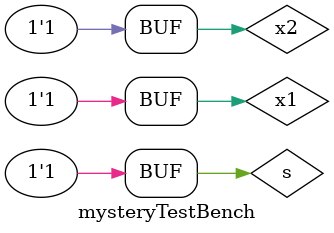
<source format=v>
`timescale 1ns / 1ps


module mysteryTestBench;

	// Inputs
	reg x1;
	reg s;
	reg x2;

	// Outputs
	wire f;

	// Instantiate the Unit Under Test (UUT)
	Mystery uut (
		.x1(x1), 
		.s(s), 
		.x2(x2), 
		.f(f)
	);

	initial begin
// Initialize Inputs
		x1 = 0;
		s = 0;
		x2 = 0;

		// Wait 100 ns for global reset to finish
		#100;
		x1 = 0;
		s = 0;
		x2 = 1;

		// Wait 100 ns for global reset to finish
		#100;
		x1 = 0;
		s = 1;
		x2 = 0;

		// Wait 100 ns for global reset to finish
		#100;
		x1 = 0;
		s = 1;
		x2 = 1;

		// Wait 100 ns for global reset to finish
		#100;
		x1 = 1;
		s = 0;
		x2 = 0;

		// Wait 100 ns for global reset to finish
		#100;
		x1 = 1;
		s = 0;
		x2 = 1;

		// Wait 100 ns for global reset to finish
		#100;
		x1 = 1;
		s = 1;
		x2 = 0;

		// Wait 100 ns for global reset to finish
		#100;
		x1 = 1;
		s = 1;
		x2 = 1;
//Double Time

	end
      
endmodule


</source>
